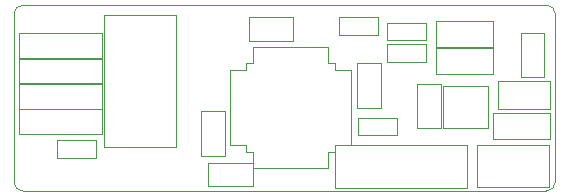
<source format=gbr>
%TF.GenerationSoftware,KiCad,Pcbnew,(5.1.8)-1*%
%TF.CreationDate,2021-01-31T15:43:31-07:00*%
%TF.ProjectId,Axle-Tx-PCB(STM32)v2,41786c65-2d54-4782-9d50-43422853544d,rev?*%
%TF.SameCoordinates,Original*%
%TF.FileFunction,Other,User*%
%FSLAX46Y46*%
G04 Gerber Fmt 4.6, Leading zero omitted, Abs format (unit mm)*
G04 Created by KiCad (PCBNEW (5.1.8)-1) date 2021-01-31 15:43:31*
%MOMM*%
%LPD*%
G01*
G04 APERTURE LIST*
%TA.AperFunction,Profile*%
%ADD10C,0.050000*%
%TD*%
%ADD11C,0.050000*%
G04 APERTURE END LIST*
D10*
X67945000Y-36322000D02*
G75*
G02*
X68707000Y-37084000I0J-762000D01*
G01*
X68707000Y-51308000D02*
G75*
G02*
X67945000Y-52070000I-762000J0D01*
G01*
X23622000Y-52070000D02*
G75*
G02*
X22860000Y-51308000I0J762000D01*
G01*
X22860000Y-37084000D02*
G75*
G02*
X23622000Y-36322000I762000J0D01*
G01*
X22860000Y-51308000D02*
X22860000Y-37084000D01*
X67945000Y-52070000D02*
X23622000Y-52070000D01*
X68707000Y-37084000D02*
X68707000Y-51308000D01*
X23622000Y-36322000D02*
X67945000Y-36322000D01*
D11*
%TO.C,J1*%
X36608000Y-37163600D02*
X30458000Y-37163600D01*
X36608000Y-48363600D02*
X36608000Y-37163600D01*
X30458000Y-48363600D02*
X36608000Y-48363600D01*
X30458000Y-37163600D02*
X30458000Y-48363600D01*
%TO.C,STM32*%
X51428800Y-45008800D02*
X51428800Y-41858800D01*
X51428800Y-41858800D02*
X50028800Y-41858800D01*
X50028800Y-41858800D02*
X50028800Y-41258800D01*
X50028800Y-41258800D02*
X49428800Y-41258800D01*
X49428800Y-41258800D02*
X49428800Y-39858800D01*
X49428800Y-39858800D02*
X46278800Y-39858800D01*
X51428800Y-45008800D02*
X51428800Y-48158800D01*
X51428800Y-48158800D02*
X50028800Y-48158800D01*
X50028800Y-48158800D02*
X50028800Y-48758800D01*
X50028800Y-48758800D02*
X49428800Y-48758800D01*
X49428800Y-48758800D02*
X49428800Y-50158800D01*
X49428800Y-50158800D02*
X46278800Y-50158800D01*
X41128800Y-45008800D02*
X41128800Y-41858800D01*
X41128800Y-41858800D02*
X42528800Y-41858800D01*
X42528800Y-41858800D02*
X42528800Y-41258800D01*
X42528800Y-41258800D02*
X43128800Y-41258800D01*
X43128800Y-41258800D02*
X43128800Y-39858800D01*
X43128800Y-39858800D02*
X46278800Y-39858800D01*
X41128800Y-45008800D02*
X41128800Y-48158800D01*
X41128800Y-48158800D02*
X42528800Y-48158800D01*
X42528800Y-48158800D02*
X42528800Y-48758800D01*
X42528800Y-48758800D02*
X43128800Y-48758800D01*
X43128800Y-48758800D02*
X43128800Y-50158800D01*
X43128800Y-50158800D02*
X46278800Y-50158800D01*
%TO.C,SWD1*%
X61236000Y-48187200D02*
X50036000Y-48187200D01*
X50036000Y-48187200D02*
X50036000Y-51787200D01*
X50036000Y-51787200D02*
X61236000Y-51787200D01*
X61236000Y-51787200D02*
X61236000Y-48187200D01*
%TO.C,SG4*%
X30312400Y-42960000D02*
X30312400Y-40860000D01*
X30312400Y-40860000D02*
X23332400Y-40860000D01*
X23332400Y-40860000D02*
X23332400Y-42960000D01*
X23332400Y-42960000D02*
X30312400Y-42960000D01*
%TO.C,SG3*%
X23332400Y-38726400D02*
X23332400Y-40826400D01*
X23332400Y-40826400D02*
X30312400Y-40826400D01*
X30312400Y-40826400D02*
X30312400Y-38726400D01*
X30312400Y-38726400D02*
X23332400Y-38726400D01*
%TO.C,SG2*%
X30312400Y-45119000D02*
X30312400Y-43019000D01*
X30312400Y-43019000D02*
X23332400Y-43019000D01*
X23332400Y-43019000D02*
X23332400Y-45119000D01*
X23332400Y-45119000D02*
X30312400Y-45119000D01*
%TO.C,SG1*%
X23332400Y-45152600D02*
X23332400Y-47252600D01*
X23332400Y-47252600D02*
X30312400Y-47252600D01*
X30312400Y-47252600D02*
X30312400Y-45152600D01*
X30312400Y-45152600D02*
X23332400Y-45152600D01*
%TO.C,R6*%
X26544000Y-49244000D02*
X26544000Y-47784000D01*
X26544000Y-47784000D02*
X29844000Y-47784000D01*
X29844000Y-47784000D02*
X29844000Y-49244000D01*
X29844000Y-49244000D02*
X26544000Y-49244000D01*
%TO.C,R5*%
X53669200Y-37370000D02*
X53669200Y-38830000D01*
X53669200Y-38830000D02*
X50369200Y-38830000D01*
X50369200Y-38830000D02*
X50369200Y-37370000D01*
X50369200Y-37370000D02*
X53669200Y-37370000D01*
%TO.C,R4*%
X51994800Y-47313600D02*
X51994800Y-45853600D01*
X51994800Y-45853600D02*
X55294800Y-45853600D01*
X55294800Y-45853600D02*
X55294800Y-47313600D01*
X55294800Y-47313600D02*
X51994800Y-47313600D01*
%TO.C,R2*%
X54484000Y-39287200D02*
X54484000Y-37827200D01*
X54484000Y-37827200D02*
X57784000Y-37827200D01*
X57784000Y-37827200D02*
X57784000Y-39287200D01*
X57784000Y-39287200D02*
X54484000Y-39287200D01*
%TO.C,R1*%
X54433200Y-41116000D02*
X54433200Y-39656000D01*
X54433200Y-39656000D02*
X57733200Y-39656000D01*
X57733200Y-39656000D02*
X57733200Y-41116000D01*
X57733200Y-41116000D02*
X54433200Y-41116000D01*
%TO.C,F1*%
X63386800Y-47703600D02*
X63386800Y-45463600D01*
X63386800Y-45463600D02*
X68286800Y-45463600D01*
X68286800Y-45463600D02*
X68286800Y-47703600D01*
X68286800Y-47703600D02*
X63386800Y-47703600D01*
%TO.C,LED2*%
X63460800Y-37640400D02*
X63460800Y-39880400D01*
X63460800Y-39880400D02*
X58560800Y-39880400D01*
X58560800Y-39880400D02*
X58560800Y-37640400D01*
X58560800Y-37640400D02*
X63460800Y-37640400D01*
%TO.C,LED1*%
X63460800Y-39926400D02*
X63460800Y-42166400D01*
X63460800Y-42166400D02*
X58560800Y-42166400D01*
X58560800Y-42166400D02*
X58560800Y-39926400D01*
X58560800Y-39926400D02*
X63460800Y-39926400D01*
%TO.C,D1*%
X63890800Y-42792000D02*
X68290800Y-42792000D01*
X68290800Y-42792000D02*
X68290800Y-45092000D01*
X68290800Y-45092000D02*
X63890800Y-45092000D01*
X63890800Y-42792000D02*
X63890800Y-45092000D01*
%TO.C,C7*%
X58993600Y-46736400D02*
X57033600Y-46736400D01*
X57033600Y-46736400D02*
X57033600Y-42976400D01*
X57033600Y-42976400D02*
X58993600Y-42976400D01*
X58993600Y-42976400D02*
X58993600Y-46736400D01*
%TO.C,C6*%
X67782000Y-42418400D02*
X65822000Y-42418400D01*
X65822000Y-42418400D02*
X65822000Y-38658400D01*
X65822000Y-38658400D02*
X67782000Y-38658400D01*
X67782000Y-38658400D02*
X67782000Y-42418400D01*
%TO.C,C4*%
X40705600Y-49073200D02*
X38745600Y-49073200D01*
X38745600Y-49073200D02*
X38745600Y-45313200D01*
X38745600Y-45313200D02*
X40705600Y-45313200D01*
X40705600Y-45313200D02*
X40705600Y-49073200D01*
%TO.C,C3*%
X43078800Y-49667600D02*
X43078800Y-51627600D01*
X43078800Y-51627600D02*
X39318800Y-51627600D01*
X39318800Y-51627600D02*
X39318800Y-49667600D01*
X39318800Y-49667600D02*
X43078800Y-49667600D01*
%TO.C,C2*%
X42773200Y-39334000D02*
X42773200Y-37374000D01*
X42773200Y-37374000D02*
X46533200Y-37374000D01*
X46533200Y-37374000D02*
X46533200Y-39334000D01*
X46533200Y-39334000D02*
X42773200Y-39334000D01*
%TO.C,C1*%
X51953600Y-41249200D02*
X53913600Y-41249200D01*
X53913600Y-41249200D02*
X53913600Y-45009200D01*
X53913600Y-45009200D02*
X51953600Y-45009200D01*
X51953600Y-45009200D02*
X51953600Y-41249200D01*
%TO.C,B+1*%
X62106400Y-51736400D02*
X62106400Y-48186400D01*
X62106400Y-48186400D02*
X68206400Y-48186400D01*
X68206400Y-48186400D02*
X68206400Y-51736400D01*
X68206400Y-51736400D02*
X62106400Y-51736400D01*
%TO.C,3v3reg1*%
X63012400Y-46758000D02*
X59212400Y-46758000D01*
X59212400Y-46758000D02*
X59212400Y-43158000D01*
X59212400Y-43158000D02*
X63012400Y-43158000D01*
X63012400Y-43158000D02*
X63012400Y-46758000D01*
%TD*%
M02*

</source>
